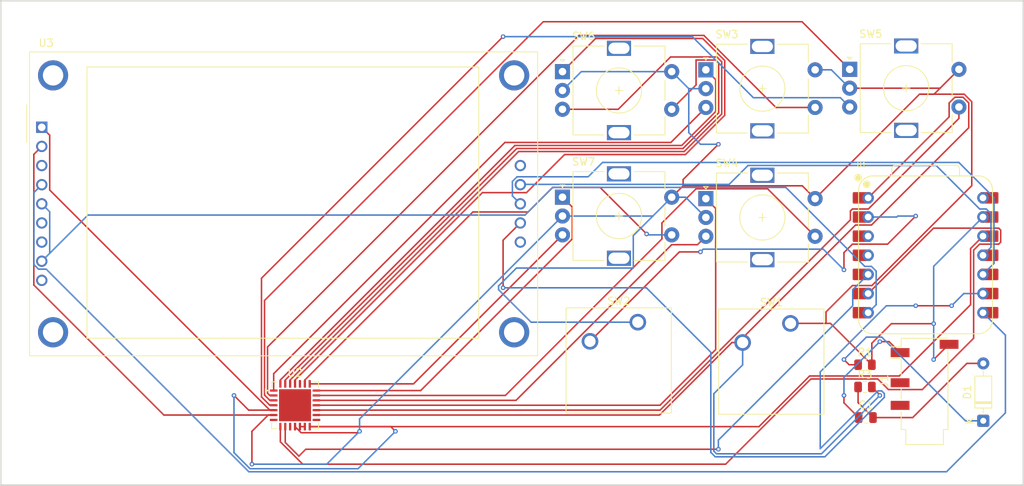
<source format=kicad_pcb>
(kicad_pcb (version 20241229) (generator "pcbnew") (generator_version "9.0")
  (layers (0 "F.Cu" signal) (2 "B.Cu" signal) (13 "F.Paste" user) (15 "B.Paste" user) (5 "F.SilkS" user "F.Silkscreen") (7 "B.SilkS" user "B.Silkscreen") (1 "F.Mask" user) (3 "B.Mask" user) (25 "Edge.Cuts" user))
  (net 0 "")
  (net 1 "Net-(C1-Pad1)")
  (net 2 "Net-(D1-A)")
  (net 3 "Net-(D1-K)")
  (net 4 "GND")
  (net 5 "+5V")
  (net 6 "Net-(U1-GPIO26{slash}ADC0{slash}A0)")
  (net 7 "Net-(U1-GPIO27{slash}ADC1{slash}A1)")
  (net 8 "Net-(U2-GPB5)")
  (net 9 "Net-(U2-GPB4)")
  (net 10 "Net-(U2-GPB3)")
  (net 11 "Net-(U2-GPA1)")
  (net 12 "Net-(U2-GPA3)")
  (net 13 "Net-(U2-GPA2)")
  (net 14 "Net-(U2-GPB6)")
  (net 15 "Net-(U2-GPB7)")
  (net 16 "Net-(U2-GPA0)")
  (net 17 "Net-(U2-GPB1)")
  (net 18 "Net-(U2-GPB2)")
  (net 19 "Net-(U2-GPB0)")
  (net 20 "Net-(U2-GPA4)")
  (net 21 "Net-(U2-GPA6)")
  (net 22 "Net-(U2-GPA5)")
  (net 23 "Net-(U1-GPIO4{slash}MISO)")
  (net 24 "Net-(U1-3V3)")
  (net 25 "Net-(U1-GPIO2{slash}SCK)")
  (net 26 "Net-(U1-GPIO6{slash}SDA)")
  (net 27 "Net-(U1-GPIO3{slash}MOSI)")
  (net 29 "Net-(U1-GPIO1{slash}RX)")
  (net 30 "Net-(U1-GPIO0{slash}TX)")
  (net 31 "Net-(U1-GPIO7{slash}SCL)")
  (footprint "Package_DFN_QFN:QFN-28-1EP_6x6mm_P0.65mm_EP4.25x4.25mm" (layer "F.Cu") (at 155.7425 103.69375)
    (property "Reference" "U2" (at 0 -4.3 0) (layer "F.SilkS"))
    (property "Value" "MCP23017_ML")
    (pad "1" smd roundrect (at -2.8375 -1.95) (size 1.025 0.3) (layers "F.Cu" "F.Mask" "F.Paste") (net 9 "Net-(U2-GPB4)"))
    (pad "2" smd roundrect (at -2.8375 -1.3) (size 1.025 0.3) (layers "F.Cu" "F.Mask" "F.Paste") (net 8 "Net-(U2-GPB5)"))
    (pad "3" smd roundrect (at -2.8375 -0.65) (size 1.025 0.3) (layers "F.Cu" "F.Mask" "F.Paste") (net 14 "Net-(U2-GPB6)"))
    (pad "4" smd roundrect (at -2.8375 0) (size 1.025 0.3) (layers "F.Cu" "F.Mask" "F.Paste") (net 15 "Net-(U2-GPB7)"))
    (pad "5" smd roundrect (at -2.8375 0.65) (size 1.025 0.3) (layers "F.Cu" "F.Mask" "F.Paste") (net 24 "Net-(U1-3V3)"))
    (pad "6" smd roundrect (at -2.8375 1.3) (size 1.025 0.3) (layers "F.Cu" "F.Mask" "F.Paste") (net 4 "GND"))
    (pad "7" smd roundrect (at -2.8375 1.95) (size 1.025 0.3) (layers "F.Cu" "F.Mask" "F.Paste"))
    (pad "8" smd roundrect (at -1.95 2.8375) (size 0.3 1.025) (layers "F.Cu" "F.Mask" "F.Paste") (net 31 "Net-(U1-GPIO7{slash}SCL)"))
    (pad "9" smd roundrect (at -1.3 2.8375) (size 0.3 1.025) (layers "F.Cu" "F.Mask" "F.Paste") (net 26 "Net-(U1-GPIO6{slash}SDA)"))
    (pad "10" smd roundrect (at -0.65 2.8375) (size 0.3 1.025) (layers "F.Cu" "F.Mask" "F.Paste"))
    (pad "11" smd roundrect (at 0 2.8375) (size 0.3 1.025) (layers "F.Cu" "F.Mask" "F.Paste") (net 4 "GND"))
    (pad "12" smd roundrect (at 0.65 2.8375) (size 0.3 1.025) (layers "F.Cu" "F.Mask" "F.Paste") (net 4 "GND"))
    (pad "13" smd roundrect (at 1.3 2.8375) (size 0.3 1.025) (layers "F.Cu" "F.Mask" "F.Paste") (net 4 "GND"))
    (pad "14" smd roundrect (at 1.95 2.8375) (size 0.3 1.025) (layers "F.Cu" "F.Mask" "F.Paste") (net 24 "Net-(U1-3V3)"))
    (pad "15" smd roundrect (at 2.8375 1.95) (size 1.025 0.3) (layers "F.Cu" "F.Mask" "F.Paste"))
    (pad "16" smd roundrect (at 2.8375 1.3) (size 1.025 0.3) (layers "F.Cu" "F.Mask" "F.Paste") (net 6 "Net-(U1-GPIO26{slash}ADC0{slash}A0)"))
    (pad "17" smd roundrect (at 2.8375 0.65) (size 1.025 0.3) (layers "F.Cu" "F.Mask" "F.Paste") (net 16 "Net-(U2-GPA0)"))
    (pad "18" smd roundrect (at 2.8375 0) (size 1.025 0.3) (layers "F.Cu" "F.Mask" "F.Paste") (net 11 "Net-(U2-GPA1)"))
    (pad "19" smd roundrect (at 2.8375 -0.65) (size 1.025 0.3) (layers "F.Cu" "F.Mask" "F.Paste") (net 13 "Net-(U2-GPA2)"))
    (pad "20" smd roundrect (at 2.8375 -1.3) (size 1.025 0.3) (layers "F.Cu" "F.Mask" "F.Paste") (net 12 "Net-(U2-GPA3)"))
    (pad "21" smd roundrect (at 2.8375 -1.95) (size 1.025 0.3) (layers "F.Cu" "F.Mask" "F.Paste") (net 20 "Net-(U2-GPA4)"))
    (pad "22" smd roundrect (at 1.95 -2.8375) (size 0.3 1.025) (layers "F.Cu" "F.Mask" "F.Paste") (net 22 "Net-(U2-GPA5)"))
    (pad "23" smd roundrect (at 1.3 -2.8375) (size 0.3 1.025) (layers "F.Cu" "F.Mask" "F.Paste") (net 21 "Net-(U2-GPA6)"))
    (pad "24" smd roundrect (at 0.65 -2.8375) (size 0.3 1.025) (layers "F.Cu" "F.Mask" "F.Paste"))
    (pad "25" smd roundrect (at 0 -2.8375) (size 0.3 1.025) (layers "F.Cu" "F.Mask" "F.Paste") (net 19 "Net-(U2-GPB0)"))
    (pad "26" smd roundrect (at -0.65 -2.8375) (size 0.3 1.025) (layers "F.Cu" "F.Mask" "F.Paste") (net 17 "Net-(U2-GPB1)"))
    (pad "27" smd roundrect (at -1.3 -2.8375) (size 0.3 1.025) (layers "F.Cu" "F.Mask" "F.Paste") (net 18 "Net-(U2-GPB2)"))
    (pad "28" smd roundrect (at -1.95 -2.8375) (size 0.3 1.025) (layers "F.Cu" "F.Mask" "F.Paste") (net 10 "Net-(U2-GPB3)"))
    (pad "29" smd rect (at 0 0) (size 4.25 4.25) (property pad_prop_heatsink) (layers "F.Cu" "F.Mask"))
  )
  (footprint "Resistor_SMD:R_0805_2012Metric" (layer "F.Cu") (at 231.3875 101.27)
    (property "Reference" "R3" (at 0 -1.65 0) (layer "F.SilkS"))
    (property "Value" "10k")
    (pad "1" smd roundrect (at -0.9125 0) (size 1.025 1.4) (layers "F.Cu" "F.Mask" "F.Paste") (roundrect_rratio 0.243902) (net 2 "Net-(D1-A)"))
    (pad "2" smd roundrect (at 0.9125 0) (size 1.025 1.4) (layers "F.Cu" "F.Mask" "F.Paste") (roundrect_rratio 0.243902) (net 6 "Net-(U1-GPIO26{slash}ADC0{slash}A0)"))
  )
  (footprint "Rotary_Encoder:RotaryEncoder_Alps_EC11E-Switch_Vertical_H20mm" (layer "F.Cu") (at 210.27 59.1725)
    (property "Reference" "SW3" (at 2.8 -4.7 0) (layer "F.SilkS"))
    (property "Value" "RotaryEncoder_Switch")
    (pad "A" thru_hole rect (at 0 0) (size 2 2) (drill 1) (layers "*.Cu" "*.Mask") (net 10 "Net-(U2-GPB3)"))
    (pad "B" thru_hole circle (at 0 5) (size 2 2) (drill 1) (layers "*.Cu" "*.Mask") (net 9 "Net-(U2-GPB4)"))
    (pad "C" thru_hole circle (at 0 2.5) (size 2 2) (drill 1) (layers "*.Cu" "*.Mask") (net 4 "GND"))
    (pad "MP" thru_hole rect (at 7.5 -3.1) (size 3.2 2) (drill oval 2.8 1.5) (layers "*.Cu" "*.Mask"))
    (pad "MP" thru_hole rect (at 7.5 8.1) (size 3.2 2) (drill oval 2.8 1.5) (layers "*.Cu" "*.Mask"))
    (pad "S1" thru_hole circle (at 14.5 5) (size 2 2) (drill 1) (layers "*.Cu" "*.Mask") (net 8 "Net-(U2-GPB5)"))
    (pad "S2" thru_hole circle (at 14.5 0) (size 2 2) (drill 1) (layers "*.Cu" "*.Mask") (net 4 "GND"))
  )
  (footprint "XIAO_Footprints:XIAO-RP2040-DIP" (layer "F.Cu") (at 239.43 83.79)
    (property "Reference" "U1" (at -8.5 -12 0) (layer "F.SilkS") (effects (font (size 0.635 0.635) (thickness 0.1016))))
    (property "Value" "XIAO-RP2040-DIP")
    (pad "1" smd roundrect (at -8.455 -7.62 180) (size 2.432 1.524) (layers "F.Cu" "F.Mask") (roundrect_rratio 0.1) (net 6 "Net-(U1-GPIO26{slash}ADC0{slash}A0)"))
    (pad "1" thru_hole circle (at -7.62 -7.62 180) (size 1.524 1.524) (drill 0.889) (layers "*.Cu" "*.Mask") (net 6 "Net-(U1-GPIO26{slash}ADC0{slash}A0)"))
    (pad "2" smd roundrect (at -8.455 -5.08 180) (size 2.432 1.524) (layers "F.Cu" "F.Mask") (roundrect_rratio 0.1) (net 7 "Net-(U1-GPIO27{slash}ADC1{slash}A1)"))
    (pad "2" thru_hole circle (at -7.62 -5.08 180) (size 1.524 1.524) (drill 0.889) (layers "*.Cu" "*.Mask") (net 7 "Net-(U1-GPIO27{slash}ADC1{slash}A1)"))
    (pad "3" smd roundrect (at -8.455 -2.54 180) (size 2.432 1.524) (layers "F.Cu" "F.Mask") (roundrect_rratio 0.1))
    (pad "3" thru_hole circle (at -7.62 -2.54 180) (size 1.524 1.524) (drill 0.889) (layers "*.Cu" "*.Mask"))
    (pad "4" smd roundrect (at -8.455 0 180) (size 2.432 1.524) (layers "F.Cu" "F.Mask") (roundrect_rratio 0.1))
    (pad "4" thru_hole circle (at -7.62 0 180) (size 1.524 1.524) (drill 0.889) (layers "*.Cu" "*.Mask"))
    (pad "5" smd roundrect (at -8.455 2.54 180) (size 2.432 1.524) (layers "F.Cu" "F.Mask") (roundrect_rratio 0.1) (net 26 "Net-(U1-GPIO6{slash}SDA)"))
    (pad "5" thru_hole circle (at -7.62 2.54 180) (size 1.524 1.524) (drill 0.889) (layers "*.Cu" "*.Mask") (net 26 "Net-(U1-GPIO6{slash}SDA)"))
    (pad "6" smd roundrect (at -8.455 5.08 180) (size 2.432 1.524) (layers "F.Cu" "F.Mask") (roundrect_rratio 0.1) (net 31 "Net-(U1-GPIO7{slash}SCL)"))
    (pad "6" thru_hole circle (at -7.62 5.08 180) (size 1.524 1.524) (drill 0.889) (layers "*.Cu" "*.Mask") (net 31 "Net-(U1-GPIO7{slash}SCL)"))
    (pad "7" smd roundrect (at -8.455 7.62 180) (size 2.432 1.524) (layers "F.Cu" "F.Mask") (roundrect_rratio 0.1) (net 30 "Net-(U1-GPIO0{slash}TX)"))
    (pad "7" thru_hole circle (at -7.62 7.62 180) (size 1.524 1.524) (drill 0.889) (layers "*.Cu" "*.Mask") (net 30 "Net-(U1-GPIO0{slash}TX)"))
    (pad "8" thru_hole circle (at 7.62 7.62) (size 1.524 1.524) (drill 0.889) (layers "*.Cu" "*.Mask") (net 29 "Net-(U1-GPIO1{slash}RX)"))
    (pad "8" smd roundrect (at 8.455 7.62) (size 2.432 1.524) (layers "F.Cu" "F.Mask") (roundrect_rratio 0.1) (net 29 "Net-(U1-GPIO1{slash}RX)"))
    (pad "9" thru_hole circle (at 7.62 5.08) (size 1.524 1.524) (drill 0.889) (layers "*.Cu" "*.Mask") (net 25 "Net-(U1-GPIO2{slash}SCK)"))
    (pad "9" smd roundrect (at 8.455 5.08) (size 2.432 1.524) (layers "F.Cu" "F.Mask") (roundrect_rratio 0.1) (net 25 "Net-(U1-GPIO2{slash}SCK)"))
    (pad "10" thru_hole circle (at 7.62 2.54) (size 1.524 1.524) (drill 0.889) (layers "*.Cu" "*.Mask") (net 23 "Net-(U1-GPIO4{slash}MISO)"))
    (pad "10" smd roundrect (at 8.455 2.54) (size 2.432 1.524) (layers "F.Cu" "F.Mask") (roundrect_rratio 0.1) (net 23 "Net-(U1-GPIO4{slash}MISO)"))
    (pad "11" thru_hole circle (at 7.62 0) (size 1.524 1.524) (drill 0.889) (layers "*.Cu" "*.Mask") (net 27 "Net-(U1-GPIO3{slash}MOSI)"))
    (pad "11" smd roundrect (at 8.455 0) (size 2.432 1.524) (layers "F.Cu" "F.Mask") (roundrect_rratio 0.1) (net 27 "Net-(U1-GPIO3{slash}MOSI)"))
    (pad "12" thru_hole circle (at 7.62 -2.54) (size 1.524 1.524) (drill 0.889) (layers "*.Cu" "*.Mask") (net 24 "Net-(U1-3V3)"))
    (pad "12" smd roundrect (at 8.455 -2.54) (size 2.432 1.524) (layers "F.Cu" "F.Mask") (roundrect_rratio 0.1) (net 24 "Net-(U1-3V3)"))
    (pad "13" thru_hole circle (at 7.62 -5.08) (size 1.524 1.524) (drill 0.889) (layers "*.Cu" "*.Mask") (net 4 "GND"))
    (pad "13" smd roundrect (at 8.455 -5.08) (size 2.432 1.524) (layers "F.Cu" "F.Mask") (roundrect_rratio 0.1) (net 4 "GND"))
    (pad "14" thru_hole circle (at 7.62 -7.62) (size 1.524 1.524) (drill 0.889) (layers "*.Cu" "*.Mask") (net 5 "+5V"))
    (pad "14" smd roundrect (at 8.455 -7.62) (size 2.432 1.524) (layers "F.Cu" "F.Mask") (roundrect_rratio 0.1) (net 5 "+5V"))
  )
  (footprint "Rotary_Encoder:RotaryEncoder_Alps_EC11E-Switch_Vertical_H20mm" (layer "F.Cu") (at 229.36 59.11)
    (property "Reference" "SW5" (at 2.8 -4.7 0) (layer "F.SilkS"))
    (property "Value" "RotaryEncoder_Switch")
    (pad "A" thru_hole rect (at 0 0) (size 2 2) (drill 1) (layers "*.Cu" "*.Mask") (net 14 "Net-(U2-GPB6)"))
    (pad "B" thru_hole circle (at 0 5) (size 2 2) (drill 1) (layers "*.Cu" "*.Mask") (net 15 "Net-(U2-GPB7)"))
    (pad "C" thru_hole circle (at 0 2.5) (size 2 2) (drill 1) (layers "*.Cu" "*.Mask") (net 4 "GND"))
    (pad "MP" thru_hole rect (at 7.5 -3.1) (size 3.2 2) (drill oval 2.8 1.5) (layers "*.Cu" "*.Mask"))
    (pad "MP" thru_hole rect (at 7.5 8.1) (size 3.2 2) (drill oval 2.8 1.5) (layers "*.Cu" "*.Mask"))
    (pad "S1" thru_hole circle (at 14.5 5) (size 2 2) (drill 1) (layers "*.Cu" "*.Mask") (net 16 "Net-(U2-GPA0)"))
    (pad "S2" thru_hole circle (at 14.5 0) (size 2 2) (drill 1) (layers "*.Cu" "*.Mask") (net 4 "GND"))
  )
  (footprint "Rotary_Encoder:RotaryEncoder_Alps_EC11E-Switch_Vertical_H20mm" (layer "F.Cu") (at 210.27 76.27)
    (property "Reference" "SW4" (at 2.8 -4.7 0) (layer "F.SilkS"))
    (property "Value" "RotaryEncoder_Switch")
    (pad "A" thru_hole rect (at 0 0) (size 2 2) (drill 1) (layers "*.Cu" "*.Mask") (net 11 "Net-(U2-GPA1)"))
    (pad "B" thru_hole circle (at 0 5) (size 2 2) (drill 1) (layers "*.Cu" "*.Mask") (net 13 "Net-(U2-GPA2)"))
    (pad "C" thru_hole circle (at 0 2.5) (size 2 2) (drill 1) (layers "*.Cu" "*.Mask") (net 4 "GND"))
    (pad "MP" thru_hole rect (at 7.5 -3.1) (size 3.2 2) (drill oval 2.8 1.5) (layers "*.Cu" "*.Mask"))
    (pad "MP" thru_hole rect (at 7.5 8.1) (size 3.2 2) (drill oval 2.8 1.5) (layers "*.Cu" "*.Mask"))
    (pad "S1" thru_hole circle (at 14.5 5) (size 2 2) (drill 1) (layers "*.Cu" "*.Mask") (net 12 "Net-(U2-GPA3)"))
    (pad "S2" thru_hole circle (at 14.5 0) (size 2 2) (drill 1) (layers "*.Cu" "*.Mask") (net 4 "GND"))
  )
  (footprint "Connector_Audio:Jack_3.5mm_PJ320D_Horizontal" (layer "F.Cu") (at 239.3 100.535 90)
    (property "Reference" "J1" (at 0.05 -5.35 90) (layer "F.SilkS"))
    (property "Value" "AudioJack2")
    (pad "" np_thru_hole circle (at -4.775 0 90) (size 1.5 1.5) (drill 1.5) (layers "*.Cu" "*.Mask"))
    (pad "" np_thru_hole circle (at 2.225 0 90) (size 1.5 1.5) (drill 1.5) (layers "*.Cu" "*.Mask"))
    (pad "R1" smd rect (at -0.175 -3.25 90) (size 1.2 2.5) (layers "F.Cu" "F.Mask" "F.Paste"))
    (pad "R2" smd rect (at -3.175 -3.25 90) (size 1.2 2.5) (layers "F.Cu" "F.Mask" "F.Paste"))
    (pad "S" smd rect (at 4.925 3.25 90) (size 1.2 2.5) (layers "F.Cu" "F.Mask" "F.Paste") (net 4 "GND"))
    (pad "T" smd rect (at 3.825 -3.25 90) (size 1.2 2.5) (layers "F.Cu" "F.Mask" "F.Paste") (net 1 "Net-(C1-Pad1)"))
  )
  (footprint "Rotary_Encoder:RotaryEncoder_Alps_EC11E-Switch_Vertical_H20mm" (layer "F.Cu") (at 191.23875 59.4125)
    (property "Reference" "SW6" (at 2.8 -4.7 0) (layer "F.SilkS"))
    (property "Value" "RotaryEncoder_Switch")
    (pad "A" thru_hole rect (at 0 0) (size 2 2) (drill 1) (layers "*.Cu" "*.Mask") (net 19 "Net-(U2-GPB0)"))
    (pad "B" thru_hole circle (at 0 5) (size 2 2) (drill 1) (layers "*.Cu" "*.Mask") (net 17 "Net-(U2-GPB1)"))
    (pad "C" thru_hole circle (at 0 2.5) (size 2 2) (drill 1) (layers "*.Cu" "*.Mask") (net 4 "GND"))
    (pad "MP" thru_hole rect (at 7.5 -3.1) (size 3.2 2) (drill oval 2.8 1.5) (layers "*.Cu" "*.Mask"))
    (pad "MP" thru_hole rect (at 7.5 8.1) (size 3.2 2) (drill oval 2.8 1.5) (layers "*.Cu" "*.Mask"))
    (pad "S1" thru_hole circle (at 14.5 5) (size 2 2) (drill 1) (layers "*.Cu" "*.Mask") (net 18 "Net-(U2-GPB2)"))
    (pad "S2" thru_hole circle (at 14.5 0) (size 2 2) (drill 1) (layers "*.Cu" "*.Mask") (net 4 "GND"))
  )
  (footprint "Rotary_Encoder:RotaryEncoder_Alps_EC11E-Switch_Vertical_H20mm" (layer "F.Cu") (at 191.23875 76.08125)
    (property "Reference" "SW7" (at 2.8 -4.7 0) (layer "F.SilkS"))
    (property "Value" "RotaryEncoder_Switch")
    (pad "A" thru_hole rect (at 0 0) (size 2 2) (drill 1) (layers "*.Cu" "*.Mask") (net 20 "Net-(U2-GPA4)"))
    (pad "B" thru_hole circle (at 0 5) (size 2 2) (drill 1) (layers "*.Cu" "*.Mask") (net 22 "Net-(U2-GPA5)"))
    (pad "C" thru_hole circle (at 0 2.5) (size 2 2) (drill 1) (layers "*.Cu" "*.Mask") (net 4 "GND"))
    (pad "MP" thru_hole rect (at 7.5 -3.1) (size 3.2 2) (drill oval 2.8 1.5) (layers "*.Cu" "*.Mask"))
    (pad "MP" thru_hole rect (at 7.5 8.1) (size 3.2 2) (drill oval 2.8 1.5) (layers "*.Cu" "*.Mask"))
    (pad "S1" thru_hole circle (at 14.5 5) (size 2 2) (drill 1) (layers "*.Cu" "*.Mask") (net 21 "Net-(U2-GPA6)"))
    (pad "S2" thru_hole circle (at 14.5 0) (size 2 2) (drill 1) (layers "*.Cu" "*.Mask") (net 4 "GND"))
  )
  (footprint "Capacitor_SMD:C_0805_2012Metric" (layer "F.Cu") (at 231.50375 105.33)
    (property "Reference" "C1" (at 0 -1.68 0) (layer "F.SilkS"))
    (property "Value" "10uF")
    (pad "1" smd roundrect (at -0.95 0) (size 1 1.45) (layers "F.Cu" "F.Mask" "F.Paste") (net 1 "Net-(C1-Pad1)"))
    (pad "2" smd roundrect (at 0.95 0) (size 1 1.45) (layers "F.Cu" "F.Mask" "F.Paste") (net 2 "Net-(D1-A)"))
  )
  (footprint "Button_Switch_Keyboard:SW_Cherry_MX_1.00u_PCB" (layer "F.Cu") (at 221.5 92.83)
    (property "Reference" "SW1" (at -2.54 -2.794 0) (layer "F.SilkS"))
    (property "Value" "SW_Push")
    (pad "" np_thru_hole circle (at -7.62 5.08) (size 1.7 1.7) (drill 1.7) (layers "*.Cu" "*.Mask"))
    (pad "" np_thru_hole circle (at -2.54 5.08) (size 4 4) (drill 4) (layers "*.Cu" "*.Mask"))
    (pad "" np_thru_hole circle (at 2.54 5.08) (size 1.7 1.7) (drill 1.7) (layers "*.Cu" "*.Mask"))
    (pad "1" thru_hole circle (at 0 0) (size 2.2 2.2) (drill 1.5) (layers "*.Cu" "*.Mask") (net 4 "GND"))
    (pad "2" thru_hole circle (at -6.35 2.54) (size 2.2 2.2) (drill 1.5) (layers "*.Cu" "*.Mask") (net 6 "Net-(U1-GPIO26{slash}ADC0{slash}A0)"))
  )
  (footprint "Resistor_SMD:R_0805_2012Metric" (layer "F.Cu") (at 231.3875 98.32)
    (property "Reference" "R1" (at 0 -1.65 0) (layer "F.SilkS"))
    (property "Value" "10k")
    (pad "1" smd roundrect (at -0.9125 0) (size 1.025 1.4) (layers "F.Cu" "F.Mask" "F.Paste") (roundrect_rratio 0.243902) (net 3 "Net-(D1-K)"))
    (pad "2" smd roundrect (at 0.9125 0) (size 1.025 1.4) (layers "F.Cu" "F.Mask" "F.Paste") (roundrect_rratio 0.243902) (net 4 "GND"))
  )
  (footprint "Button_Switch_Keyboard:SW_Cherry_MX_1.00u_PCB" (layer "F.Cu") (at 201.24 92.67)
    (property "Reference" "SW2" (at -2.54 -2.794 0) (layer "F.SilkS"))
    (property "Value" "SW_Push")
    (pad "" np_thru_hole circle (at -7.62 5.08) (size 1.7 1.7) (drill 1.7) (layers "*.Cu" "*.Mask"))
    (pad "" np_thru_hole circle (at -2.54 5.08) (size 4 4) (drill 4) (layers "*.Cu" "*.Mask"))
    (pad "" np_thru_hole circle (at 2.54 5.08) (size 1.7 1.7) (drill 1.7) (layers "*.Cu" "*.Mask"))
    (pad "1" thru_hole circle (at 0 0) (size 2.2 2.2) (drill 1.5) (layers "*.Cu" "*.Mask") (net 4 "GND"))
    (pad "2" thru_hole circle (at -6.35 2.54) (size 2.2 2.2) (drill 1.5) (layers "*.Cu" "*.Mask") (net 7 "Net-(U1-GPIO27{slash}ADC1{slash}A1)"))
  )
  (footprint "Diode_THT:D_DO-35_SOD27_P7.62mm_Horizontal" (layer "F.Cu") (at 247.09 105.76 90)
    (property "Reference" "D1" (at 3.81 -2.12 90) (layer "F.SilkS"))
    (property "Value" "1N4148")
    (fp_text user "K" (at 0 -1.8 90) (layer "F.SilkS"))
    (pad "1" thru_hole roundrect (at 0 0 90) (size 1.6 1.6) (drill 0.8) (layers "*.Cu" "*.Mask") (roundrect_rratio 0.15625) (net 3 "Net-(D1-K)"))
    (pad "2" thru_hole circle (at 7.62 0 90) (size 1.6 1.6) (drill 0.8) (layers "*.Cu" "*.Mask") (net 2 "Net-(D1-A)"))
  )
  (footprint "Display:CR2013-MI2120" (layer "F.Cu") (at 122.125 66.8)
    (property "Reference" "U3" (at 0.59 -11.18 0) (layer "F.SilkS"))
    (property "Value" "CR2013-MI2120")
    (pad "" thru_hole circle (at 1.5 -6.89) (size 4 4) (drill 2.7) (layers "*.Cu" "*.Mask"))
    (pad "" thru_hole circle (at 1.5 27.21) (size 4 4) (drill 2.7) (layers "*.Cu" "*.Mask"))
    (pad "" thru_hole circle (at 62.7 -6.89) (size 4 4) (drill 2.7) (layers "*.Cu" "*.Mask"))
    (pad "" thru_hole circle (at 62.7 27.21) (size 4 4) (drill 2.7) (layers "*.Cu" "*.Mask"))
    (pad "1" thru_hole rect (at 0 0) (size 1.5 1.5) (drill 1) (layers "*.Cu" "*.Mask") (net 24 "Net-(U1-3V3)"))
    (pad "2" thru_hole circle (at 0 2.54) (size 1.5 1.5) (drill 1) (layers "*.Cu" "*.Mask") (net 4 "GND"))
    (pad "3" thru_hole circle (at 0 5.08) (size 1.5 1.5) (drill 1) (layers "*.Cu" "*.Mask"))
    (pad "4" thru_hole circle (at 0 7.62) (size 1.5 1.5) (drill 1) (layers "*.Cu" "*.Mask") (net 29 "Net-(U1-GPIO1{slash}RX)"))
    (pad "5" thru_hole circle (at 0 10.16) (size 1.5 1.5) (drill 1) (layers "*.Cu" "*.Mask") (net 30 "Net-(U1-GPIO0{slash}TX)"))
    (pad "6" thru_hole circle (at 0 12.7) (size 1.5 1.5) (drill 1) (layers "*.Cu" "*.Mask"))
    (pad "7" thru_hole circle (at 0 15.24) (size 1.5 1.5) (drill 1) (layers "*.Cu" "*.Mask"))
    (pad "8" thru_hole circle (at 0 17.78) (size 1.5 1.5) (drill 1) (layers "*.Cu" "*.Mask") (net 30 "Net-(U1-GPIO0{slash}TX)"))
    (pad "9" thru_hole circle (at 0 20.32) (size 1.5 1.5) (drill 1) (layers "*.Cu" "*.Mask"))
    (pad "10" thru_hole circle (at 63.52 5.08) (size 1.5 1.5) (drill 1) (layers "*.Cu" "*.Mask"))
    (pad "11" thru_hole circle (at 63.52 7.62) (size 1.5 1.5) (drill 1) (layers "*.Cu" "*.Mask") (net 27 "Net-(U1-GPIO3{slash}MOSI)"))
    (pad "12" thru_hole circle (at 63.52 10.16) (size 1.5 1.5) (drill 1) (layers "*.Cu" "*.Mask") (net 23 "Net-(U1-GPIO4{slash}MISO)"))
    (pad "13" thru_hole circle (at 63.52 12.7) (size 1.5 1.5) (drill 1) (layers "*.Cu" "*.Mask") (net 25 "Net-(U1-GPIO2{slash}SCK)"))
    (pad "14" thru_hole circle (at 63.52 15.24) (size 1.5 1.5) (drill 1) (layers "*.Cu" "*.Mask"))
  )
  (gr_rect (start 116.68125 50.00625) (end 252.4125 114.3) (stroke (width 0.2)) (fill no) (layer "Edge.Cuts"))
  (segment (start 228.6 103.37625) (end 228.6 102.39375) (width 0.2) (layer "F.Cu") (net 1))
  (segment (start 234.59 95.25) (end 233.3625 95.25) (width 0.2) (layer "F.Cu") (net 1))
  (segment (start 230.55375 105.33) (end 228.6 103.37625) (width 0.2) (layer "F.Cu") (net 1))
  (segment (start 236.05 96.71) (end 234.59 95.25) (width 0.2) (layer "F.Cu") (net 1))
  (via (at 228.6 102.39375) (size 0.6) (drill 0.3) (layers "F.Cu" "B.Cu") (net 1))
  (via (at 233.3625 95.25) (size 0.6) (drill 0.3) (layers "F.Cu" "B.Cu") (net 1))
  (segment (start 228.6 100.0125) (end 228.6 102.39375) (width 0.2) (layer "B.Cu") (net 1))
  (segment (start 233.3625 95.25) (end 228.6 100.0125) (width 0.2) (layer "B.Cu") (net 1))
  (segment (start 237.722951 105.33) (end 232.45375 105.33) (width 0.2) (layer "F.Cu") (net 2))
  (segment (start 230.475 101.27) (end 230.475 103.35125) (width 0.2) (layer "F.Cu") (net 2))
  (segment (start 247.09 98.14) (end 244.912951 98.14) (width 0.2) (layer "F.Cu") (net 2))
  (segment (start 230.475 103.35125) (end 232.45375 105.33) (width 0.2) (layer "F.Cu") (net 2))
  (segment (start 244.912951 98.14) (end 237.722951 105.33) (width 0.2) (layer "F.Cu") (net 2))
  (segment (start 229.28875 98.32) (end 228.6 97.63125) (width 0.2) (layer "F.Cu") (net 3))
  (segment (start 230.475 98.32) (end 229.28875 98.32) (width 0.2) (layer "F.Cu") (net 3))
  (via (at 228.6 97.63125) (size 0.6) (drill 0.3) (layers "F.Cu" "B.Cu") (net 3))
  (segment (start 247.09 105.76) (end 244.722443 105.76) (width 0.2) (layer "B.Cu") (net 3))
  (segment (start 233.611443 94.649) (end 231.58225 94.649) (width 0.2) (layer "B.Cu") (net 3))
  (segment (start 244.722443 105.76) (end 233.611443 94.649) (width 0.2) (layer "B.Cu") (net 3))
  (segment (start 231.58225 94.649) (end 228.6 97.63125) (width 0.2) (layer "B.Cu") (net 3))
  (segment (start 223.068 74.568) (end 207.252 74.568) (width 0.2) (layer "F.Cu") (net 4))
  (segment (start 234.893807 92.86875) (end 240.50625 92.86875) (width 0.2) (layer "F.Cu") (net 4))
  (segment (start 232.3059 87.807) (end 245.562 74.5509) (width 0.2) (layer "F.Cu") (net 4))
  (segment (start 138.33125 104.99375) (end 121.074 87.7365) (width 0.2) (layer "F.Cu") (net 4))
  (segment (start 150.01875 107.15625) (end 150.01875 111.51775) (width 0.2) (layer "F.Cu") (net 4))
  (segment (start 242.5275 95.61) (end 240.50625 97.63125) (width 0.2) (layer "F.Cu") (net 4))
  (segment (start 226.21875 92.83) (end 226.21875 91.307624) (width 0.2) (layer "F.Cu") (net 4))
  (segment (start 156.556 107.34475) (end 164.11775 107.34475) (width 0.2) (layer "F.Cu") (net 4))
  (segment (start 229.719374 87.807) (end 232.3059 87.807) (width 0.2) (layer "F.Cu") (net 4))
  (segment (start 226.21875 92.83) (end 221.5 92.83) (width 0.2) (layer "F.Cu") (net 4))
  (segment (start 156.3925 106.53125) (end 157.0425 106.53125) (width 0.2) (layer "F.Cu") (net 4))
  (segment (start 240.562 62.408) (end 241.36 61.61) (width 0.2) (layer "F.Cu") (net 4))
  (segment (start 238.632 62.408) (end 224.77 76.27) (width 0.2) (layer "F.Cu") (net 4))
  (segment (start 238.632 62.408) (end 240.562 62.408) (width 0.2) (layer "F.Cu") (net 4))
  (segment (start 211.93125 69.05625) (end 207.252 73.7355) (width 0.2) (layer "F.Cu") (net 4))
  (segment (start 232.3 95.462557) (end 234.893807 92.86875) (width 0.2) (layer "F.Cu") (net 4))
  (segment (start 232.3 98.32) (end 232.3 95.462557) (width 0.2) (layer "F.Cu") (net 4))
  (segment (start 121.074 87.7365) (end 121.074 70.391) (width 0.2) (layer "F.Cu") (net 4))
  (segment (start 224.77 76.27) (end 223.068 74.568) (width 0.2) (layer "F.Cu") (net 4))
  (segment (start 207.252 73.7355) (end 207.252 74.568) (width 0.2) (layer "F.Cu") (net 4))
  (segment (start 164.11775 107.34475) (end 164.30625 107.15625) (width 0.2) (layer "F.Cu") (net 4))
  (segment (start 232.3 98.32) (end 226.81 92.83) (width 0.2) (layer "F.Cu") (net 4))
  (segment (start 244.564992 62.408) (end 238.632 62.408) (width 0.2) (layer "F.Cu") (net 4))
  (segment (start 121.074 70.391) (end 122.125 69.34) (width 0.2) (layer "F.Cu") (net 4))
  (segment (start 155.7425 106.53125) (end 156.556 107.34475) (width 0.2) (layer "F.Cu") (net 4))
  (segment (start 152.18125 104.99375) (end 150.01875 107.15625) (width 0.2) (layer "F.Cu") (net 4))
  (segment (start 242.55 95.61) (end 242.5275 95.61) (width 0.2) (layer "F.Cu") (net 4))
  (segment (start 226.81 92.83) (end 226.21875 92.83) (width 0.2) (layer "F.Cu") (net 4))
  (segment (start 152.905 104.99375) (end 138.33125 104.99375) (width 0.2) (layer "F.Cu") (net 4))
  (segment (start 226.21875 91.307624) (end 229.719374 87.807) (width 0.2) (layer "F.Cu") (net 4))
  (segment (start 241.36 61.61) (end 229.36 61.61) (width 0.2) (layer "F.Cu") (net 4))
  (segment (start 243.86 59.11) (end 241.36 61.61) (width 0.2) (layer "F.Cu") (net 4))
  (segment (start 245.562 74.5509) (end 245.562 63.405008) (width 0.2) (layer "F.Cu") (net 4))
  (segment (start 152.905 104.99375) (end 152.18125 104.99375) (width 0.2) (layer "F.Cu") (net 4))
  (segment (start 245.562 63.405008) (end 244.564992 62.408) (width 0.2) (layer "F.Cu") (net 4))
  (segment (start 207.252 74.568) (end 205.73875 76.08125) (width 0.2) (layer "F.Cu") (net 4))
  (via (at 240.50625 97.63125) (size 0.6) (drill 0.3) (layers "F.Cu" "B.Cu") (net 4))
  (via (at 150.01875 111.51775) (size 0.6) (drill 0.3) (layers "F.Cu" "B.Cu") (net 4))
  (via (at 164.30625 107.15625) (size 0.6) (drill 0.3) (layers "F.Cu" "B.Cu") (net 4))
  (via (at 240.50625 92.86875) (size 0.6) (drill 0.3) (layers "F.Cu" "B.Cu") (net 4))
  (via (at 211.93125 69.05625) (size 0.6) (drill 0.3) (layers "F.Cu" "B.Cu") (net 4))
  (segment (start 185.130307 85.48225) (end 182.75525 87.857307) (width 0.2) (layer "B.Cu") (net 4))
  (segment (start 164.30625 107.15625) (end 159.94475 111.51775) (width 0.2) (layer "B.Cu") (net 4))
  (segment (start 226.9225 59.1725) (end 224.77 59.1725) (width 0.2) (layer "B.Cu") (net 4))
  (segment (start 229.36 61.61) (end 226.9225 59.1725) (width 0.2) (layer "B.Cu") (net 4))
  (segment (start 191.23875 61.9125) (end 193.73875 59.4125) (width 0.2) (layer "B.Cu") (net 4))
  (segment (start 205.73875 76.08125) (end 203.23875 78.58125) (width 0.2) (layer "B.Cu") (net 4))
  (segment (start 164.30625 107.15625) (end 164.30625 105.51375) (width 0.2) (layer "B.Cu") (net 4))
  (segment (start 207.99875 67.505) (end 209.55 69.05625) (width 0.2) (layer "B.Cu") (net 4))
  (segment (start 187.070057 92.67) (end 201.24 92.67) (width 0.2) (layer "B.Cu") (net 4))
  (segment (start 200.63975 85.48225) (end 185.130307 85.48225) (width 0.2) (layer "B.Cu") (net 4))
  (segment (start 240.50625 92.86875) (end 240.50625 85.25375) (width 0.2) (layer "B.Cu") (net 4))
  (segment (start 203.23875 78.58125) (end 191.23875 78.58125) (width 0.2) (layer "B.Cu") (net 4))
  (segment (start 150.01875 111.51775) (end 159.94475 111.51775) (width 0.2) (layer "B.Cu") (net 4))
  (segment (start 193.73875 59.4125) (end 205.73875 59.4125) (width 0.2) (layer "B.Cu") (net 4))
  (segment (start 210.27 78.77) (end 207.58125 76.08125) (width 0.2) (layer "B.Cu") (net 4))
  (segment (start 205.73875 59.4125) (end 207.99875 61.6725) (width 0.2) (layer "B.Cu") (net 4))
  (segment (start 207.99875 61.6725) (end 207.99875 67.505) (width 0.2) (layer "B.Cu") (net 4))
  (segment (start 207.99875 61.6725) (end 210.27 61.6725) (width 0.2) (layer "B.Cu") (net 4))
  (segment (start 200.63975 81.18025) (end 200.63975 85.48225) (width 0.2) (layer "B.Cu") (net 4))
  (segment (start 209.55 69.05625) (end 211.93125 69.05625) (width 0.2) (layer "B.Cu") (net 4))
  (segment (start 240.50625 97.63125) (end 240.50625 92.86875) (width 0.2) (layer "B.Cu") (net 4))
  (segment (start 240.50625 85.25375) (end 247.05 78.71) (width 0.2) (layer "B.Cu") (net 4))
  (segment (start 182.75525 87.857307) (end 182.75525 88.355193) (width 0.2) (layer "B.Cu") (net 4))
  (segment (start 164.30625 105.51375) (end 191.23875 78.58125) (width 0.2) (layer "B.Cu") (net 4))
  (segment (start 207.58125 76.08125) (end 205.73875 76.08125) (width 0.2) (layer "B.Cu") (net 4))
  (segment (start 182.75525 88.355193) (end 187.070057 92.67) (width 0.2) (layer "B.Cu") (net 4))
  (segment (start 203.23875 78.58125) (end 200.63975 81.18025) (width 0.2) (layer "B.Cu") (net 4))
  (segment (start 158.58 104.99375) (end 204.112036 104.99375) (width 0.2) (layer "F.Cu") (net 6))
  (segment (start 233.3625 102.3325) (end 233.3625 102.39375) (width 0.2) (layer "F.Cu") (net 6))
  (segment (start 242.559 65.421) (end 242.559 63.571108) (width 0.2) (layer "F.Cu") (net 6))
  (segment (start 231.81 76.17) (end 242.559 65.421) (width 0.2) (layer "F.Cu") (net 6))
  (segment (start 204.112036 104.99375) (end 213.735786 95.37) (width 0.2) (layer "F.Cu") (net 6))
  (segment (start 215.15 94.756374) (end 215.15 95.37) (width 0.2) (layer "F.Cu") (net 6))
  (segment (start 242.559 63.571108) (end 243.321108 62.809) (width 0.2) (layer "F.Cu") (net 6))
  (segment (start 230.133374 79.773) (end 215.15 94.756374) (width 0.2) (layer "F.Cu") (net 6))
  (segment (start 232.3 101.27) (end 233.3625 102.3325) (width 0.2) (layer "F.Cu") (net 6))
  (segment (start 245.161 63.571108) (end 245.161 66.86231) (width 0.2) (layer "F.Cu") (net 6))
  (segment (start 245.161 66.86231) (end 232.25031 79.773) (width 0.2) (layer "F.Cu") (net 6))
  (segment (start 244.398892 62.809) (end 245.161 63.571108) (width 0.2) (layer "F.Cu") (net 6))
  (segment (start 213.735786 95.37) (end 215.15 95.37) (width 0.2) (layer "F.Cu") (net 6))
  (segment (start 232.25031 79.773) (end 230.133374 79.773) (width 0.2) (layer "F.Cu") (net 6))
  (segment (start 243.321108 62.809) (end 244.398892 62.809) (width 0.2) (layer "F.Cu") (net 6))
  (via (at 233.3625 102.39375) (size 0.6) (drill 0.3) (layers "F.Cu" "B.Cu") (net 6))
  (segment (start 215.15 98.33847) (end 215.15 95.37) (width 0.2) (layer "B.Cu") (net 6))
  (segment (start 211.33025 102.15822) (end 215.15 98.33847) (width 0.2) (layer "B.Cu") (net 6))
  (segment (start 233.3625 102.39375) (end 225.61775 110.1385) (width 0.2) (layer "B.Cu") (net 6))
  (segment (start 225.61775 110.1385) (end 211.682307 110.1385) (width 0.2) (layer "B.Cu") (net 6))
  (segment (start 211.682307 110.1385) (end 211.33025 109.786443) (width 0.2) (layer "B.Cu") (net 6))
  (segment (start 211.33025 109.786443) (end 211.33025 102.15822) (width 0.2) (layer "B.Cu") (net 6))
  (segment (start 234.39325 82.313) (end 238.125 78.58125) (width 0.2) (layer "F.Cu") (net 7))
  (segment (start 206.75625 83.34375) (end 209.55 83.34375) (width 0.2) (layer "F.Cu") (net 7))
  (segment (start 194.89 95.21) (end 206.75625 83.34375) (width 0.2) (layer "F.Cu") (net 7))
  (segment (start 229.719374 82.313) (end 234.39325 82.313) (width 0.2) (layer "F.Cu") (net 7))
  (segment (start 228.6 85.725) (end 228.6 83.432374) (width 0.2) (layer "F.Cu") (net 7))
  (segment (start 228.6 83.432374) (end 229.719374 82.313) (width 0.2) (layer "F.Cu") (net 7))
  (via (at 228.6 85.725) (size 0.6) (drill 0.3) (layers "F.Cu" "B.Cu") (net 7))
  (via (at 209.55 83.34375) (size 0.6) (drill 0.3) (layers "F.Cu" "B.Cu") (net 7))
  (via (at 238.125 78.58125) (size 0.6) (drill 0.3) (layers "F.Cu" "B.Cu") (net 7))
  (segment (start 235.74375 78.58125) (end 235.615 78.71) (width 0.2) (layer "B.Cu") (net 7))
  (segment (start 209.9185 82.97525) (end 225.85025 82.97525) (width 0.2) (layer "B.Cu") (net 7))
  (segment (start 238.125 78.58125) (end 235.74375 78.58125) (width 0.2) (layer "B.Cu") (net 7))
  (segment (start 209.55 83.34375) (end 209.9185 82.97525) (width 0.2) (layer "B.Cu") (net 7))
  (segment (start 235.615 78.71) (end 231.81 78.71) (width 0.2) (layer "B.Cu") (net 7))
  (segment (start 225.85025 82.97525) (end 228.6 85.725) (width 0.2) (layer "B.Cu") (net 7))
  (segment (start 210.0113 54.6105) (end 219.5733 64.1725) (width 0.2) (layer "F.Cu") (net 8))
  (segment (start 152.905 102.39375) (end 152.392501 102.39375) (width 0.2) (layer "F.Cu") (net 8))
  (segment (start 152.0915 102.092749) (end 152.0915 95.95775) (width 0.2) (layer "F.Cu") (net 8))
  (segment (start 219.5733 64.1725) (end 224.77 64.1725) (width 0.2) (layer "F.Cu") (net 8))
  (segment (start 152.392501 102.39375) (end 152.0915 102.092749) (width 0.2) (layer "F.Cu") (net 8))
  (segment (start 152.0915 95.95775) (end 193.43875 54.6105) (width 0.2) (layer "F.Cu") (net 8))
  (segment (start 193.43875 54.6105) (end 210.0113 54.6105) (width 0.2) (layer "F.Cu") (net 8))
  (segment (start 183.599 68.8135) (end 205.629 68.8135) (width 0.2) (layer "F.Cu") (net 9))
  (segment (start 152.905 101.74375) (end 152.905 99.5075) (width 0.2) (layer "F.Cu") (net 9))
  (segment (start 205.629 68.8135) (end 210.27 64.1725) (width 0.2) (layer "F.Cu") (net 9))
  (segment (start 152.905 99.5075) (end 183.599 68.8135) (width 0.2) (layer "F.Cu") (net 9))
  (segment (start 153.7925 100.343751) (end 184.921751 69.2145) (width 0.2) (layer "F.Cu") (net 10))
  (segment (start 207.067892 69.2145) (end 211.571 64.711392) (width 0.2) (layer "F.Cu") (net 10))
  (segment (start 153.7925 100.85625) (end 153.7925 100.343751) (width 0.2) (layer "F.Cu") (net 10))
  (segment (start 211.571 64.711392) (end 211.571 60.4735) (width 0.2) (layer "F.Cu") (net 10))
  (segment (start 211.571 60.4735) (end 210.27 59.1725) (width 0.2) (layer "F.Cu") (net 10))
  (segment (start 184.921751 69.2145) (end 207.067892 69.2145) (width 0.2) (layer "F.Cu") (net 10))
  (segment (start 158.58 103.69375) (end 204.186142 103.69375) (width 0.2) (layer "F.Cu") (net 11))
  (segment (start 204.186142 103.69375) (end 211.571 96.308892) (width 0.2) (layer "F.Cu") (net 11))
  (segment (start 211.571 96.308892) (end 211.571 77.571) (width 0.2) (layer "F.Cu") (net 11))
  (segment (start 211.571 77.571) (end 210.27 76.27) (width 0.2) (layer "F.Cu") (net 11))
  (segment (start 158.58 102.39375) (end 183.664142 102.39375) (width 0.2) (layer "F.Cu") (net 12))
  (segment (start 218.469 74.969) (end 224.77 81.27) (width 0.2) (layer "F.Cu") (net 12))
  (segment (start 204.43775 81.620142) (end 204.43775 79.50025) (width 0.2) (layer "F.Cu") (net 12))
  (segment (start 204.43775 79.50025) (end 208.969 74.969) (width 0.2) (layer "F.Cu") (net 12))
  (segment (start 183.664142 102.39375) (end 204.43775 81.620142) (width 0.2) (layer "F.Cu") (net 12))
  (segment (start 208.969 74.969) (end 218.469 74.969) (width 0.2) (layer "F.Cu") (net 12))
  (segment (start 158.58 103.04375) (end 185.074936 103.04375) (width 0.2) (layer "F.Cu") (net 13))
  (segment (start 209.15775 82.38225) (end 210.27 81.27) (width 0.2) (layer "F.Cu") (net 13))
  (segment (start 205.736436 82.38225) (end 209.15775 82.38225) (width 0.2) (layer "F.Cu") (net 13))
  (segment (start 185.074936 103.04375) (end 205.736436 82.38225) (width 0.2) (layer "F.Cu") (net 13))
  (segment (start 151.6905 102.341749) (end 151.6905 89.790394) (width 0.2) (layer "F.Cu") (net 14))
  (segment (start 223.0385 52.7885) (end 229.36 59.11) (width 0.2) (layer "F.Cu") (net 14))
  (segment (start 188.692394 52.7885) (end 223.0385 52.7885) (width 0.2) (layer "F.Cu") (net 14))
  (segment (start 151.6905 89.790394) (end 188.692394 52.7885) (width 0.2) (layer "F.Cu") (net 14))
  (segment (start 152.905 103.04375) (end 152.392501 103.04375) (width 0.2) (layer "F.Cu") (net 14))
  (segment (start 152.392501 103.04375) (end 151.6905 102.341749) (width 0.2) (layer "F.Cu") (net 14))
  (segment (start 152.905 103.69375) (end 152.392501 103.69375) (width 0.2) (layer "F.Cu") (net 15))
  (segment (start 151.2895 86.8355) (end 183.35625 54.76875) (width 0.2) (layer "F.Cu") (net 15))
  (segment (start 152.392501 103.69375) (end 151.2895 102.590749) (width 0.2) (layer "F.Cu") (net 15))
  (segment (start 151.2895 102.590749) (end 151.2895 86.8355) (width 0.2) (layer "F.Cu") (net 15))
  (via (at 183.35625 54.76875) (size 0.6) (drill 0.3) (layers "F.Cu" "B.Cu") (net 15))
  (segment (start 216.571 62.8715) (end 228.1215 62.8715) (width 0.2) (layer "B.Cu") (net 15))
  (segment (start 208.46825 54.76875) (end 216.571 62.8715) (width 0.2) (layer "B.Cu") (net 15))
  (segment (start 228.1215 62.8715) (end 229.36 64.11) (width 0.2) (layer "B.Cu") (net 15))
  (segment (start 183.35625 54.76875) (end 208.46825 54.76875) (width 0.2) (layer "B.Cu") (net 15))
  (segment (start 231.83631 77.647) (end 243.86 65.62331) (width 0.2) (layer "F.Cu") (net 16))
  (segment (start 229.458 77.908374) (end 229.719374 77.647) (width 0.2) (layer "F.Cu") (net 16))
  (segment (start 243.86 65.62331) (end 243.86 64.11) (width 0.2) (layer "F.Cu") (net 16))
  (segment (start 229.458 79.080686) (end 229.458 77.908374) (width 0.2) (layer "F.Cu") (net 16))
  (segment (start 158.58 104.34375) (end 204.194936 104.34375) (width 0.2) (layer "F.Cu") (net 16))
  (segment (start 204.194936 104.34375) (end 229.458 79.080686) (width 0.2) (layer "F.Cu") (net 16))
  (segment (start 229.719374 77.647) (end 231.83631 77.647) (width 0.2) (layer "F.Cu") (net 16))
  (segment (start 207.400092 70.0165) (end 212.373 65.043592) (width 0.2) (layer "F.Cu") (net 17))
  (segment (start 155.0925 100.85625) (end 155.0925 100.343751) (width 0.2) (layer "F.Cu") (net 17))
  (segment (start 212.373 65.043592) (end 212.373 58.1064) (width 0.2) (layer "F.Cu") (net 17))
  (segment (start 205.57875 57.4705) (end 198.63675 64.4125) (width 0.2) (layer "F.Cu") (net 17))
  (segment (start 155.0925 100.343751) (end 185.419751 70.0165) (width 0.2) (layer "F.Cu") (net 17))
  (segment (start 212.373 58.1064) (end 211.7371 57.4705) (width 0.2) (layer "F.Cu") (net 17))
  (segment (start 185.419751 70.0165) (end 207.400092 70.0165) (width 0.2) (layer "F.Cu") (net 17))
  (segment (start 211.7371 57.4705) (end 205.57875 57.4705) (width 0.2) (layer "F.Cu") (net 17))
  (segment (start 198.63675 64.4125) (end 191.23875 64.4125) (width 0.2) (layer "F.Cu") (net 17))
  (segment (start 208.969 61.18225) (end 205.73875 64.4125) (width 0.2) (layer "F.Cu") (net 18))
  (segment (start 211.571 57.8715) (end 208.969 57.8715) (width 0.2) (layer "F.Cu") (net 18))
  (segment (start 185.170751 69.6155) (end 207.233992 69.6155) (width 0.2) (layer "F.Cu") (net 18))
  (segment (start 207.233992 69.6155) (end 211.972 64.877492) (width 0.2) (layer "F.Cu") (net 18))
  (segment (start 154.4425 100.343751) (end 185.170751 69.6155) (width 0.2) (layer "F.Cu") (net 18))
  (segment (start 211.972 64.877492) (end 211.972 58.2725) (width 0.2) (layer "F.Cu") (net 18))
  (segment (start 154.4425 100.85625) (end 154.4425 100.343751) (width 0.2) (layer "F.Cu") (net 18))
  (segment (start 208.969 57.8715) (end 208.969 61.18225) (width 0.2) (layer "F.Cu") (net 18))
  (segment (start 211.972 58.2725) (end 211.571 57.8715) (width 0.2) (layer "F.Cu") (net 18))
  (segment (start 209.8452 55.0115) (end 195.63975 55.0115) (width 0.2) (layer "F.Cu") (net 19))
  (segment (start 180.615251 75.471) (end 186.4665 75.471) (width 0.2) (layer "F.Cu") (net 19))
  (segment (start 191.52 70.4175) (end 207.566192 70.4175) (width 0.2) (layer "F.Cu") (net 19))
  (segment (start 207.566192 70.4175) (end 212.774 65.209692) (width 0.2) (layer "F.Cu") (net 19))
  (segment (start 155.7425 100.85625) (end 155.7425 100.343751) (width 0.2) (layer "F.Cu") (net 19))
  (segment (start 212.774 57.9403) (end 209.8452 55.0115) (width 0.2) (layer "F.Cu") (net 19))
  (segment (start 212.774 65.209692) (end 212.774 57.9403) (width 0.2) (layer "F.Cu") (net 19))
  (segment (start 195.63975 55.0115) (end 191.23875 59.4125) (width 0.2) (layer "F.Cu") (net 19))
  (segment (start 186.4665 75.471) (end 191.52 70.4175) (width 0.2) (layer "F.Cu") (net 19))
  (segment (start 155.7425 100.343751) (end 180.615251 75.471) (width 0.2) (layer "F.Cu") (net 19))
  (segment (start 192.53975 77.38225) (end 191.23875 76.08125) (width 0.2) (layer "F.Cu") (net 20))
  (segment (start 172.416142 101.74375) (end 192.53975 81.620142) (width 0.2) (layer "F.Cu") (net 20))
  (segment (start 192.53975 81.620142) (end 192.53975 77.38225) (width 0.2) (layer "F.Cu") (net 20))
  (segment (start 158.58 101.74375) (end 172.416142 101.74375) (width 0.2) (layer "F.Cu") (net 20))
  (segment (start 186.675642 78.042358) (end 189.93775 74.78025) (width 0.2) (layer "F.Cu") (net 21))
  (segment (start 196.224 74.78025) (end 202.40625 80.9625) (width 0.2) (layer "F.Cu") (net 21))
  (segment (start 179.343893 78.042358) (end 186.675642 78.042358) (width 0.2) (layer "F.Cu") (net 21))
  (segment (start 157.0425 100.85625) (end 157.0425 100.343751) (width 0.2) (layer "F.Cu") (net 21))
  (segment (start 157.0425 100.343751) (end 179.343893 78.042358) (width 0.2) (layer "F.Cu") (net 21))
  (segment (start 189.93775 74.78025) (end 196.224 74.78025) (width 0.2) (layer "F.Cu") (net 21))
  (via (at 202.40625 80.9625) (size 0.6) (drill 0.3) (layers "F.Cu" "B.Cu") (net 21))
  (segment (start 202.40625 80.9625) (end 202.525 81.08125) (width 0.2) (layer "B.Cu") (net 21))
  (segment (start 202.525 81.08125) (end 205.73875 81.08125) (width 0.2) (layer "B.Cu") (net 21))
  (segment (start 171.46375 100.85625) (end 191.23875 81.08125) (width 0.2) (layer "F.Cu") (net 22))
  (segment (start 157.6925 100.85625) (end 171.46375 100.85625) (width 0.2) (layer "F.Cu") (net 22))
  (segment (start 243.85131 71.468) (end 248.514 76.13069) (width 0.2) (layer "B.Cu") (net 23))
  (segment (start 184.594 75.909) (end 184.594 73.984661) (width 0.2) (layer "B.Cu") (net 23))
  (segment (start 194.65325 73.369) (end 196.55425 71.468) (width 0.2) (layer "B.Cu") (net 23))
  (segment (start 248.514 84.866) (end 247.05 86.33) (width 0.2) (layer "B.Cu") (net 23))
  (segment (start 185.209661 73.369) (end 194.65325 73.369) (width 0.2) (layer "B.Cu") (net 23))
  (segment (start 248.514 76.13069) (end 248.514 84.866) (width 0.2) (layer "B.Cu") (net 23))
  (segment (start 184.594 73.984661) (end 185.209661 73.369) (width 0.2) (layer "B.Cu") (net 23))
  (segment (start 196.55425 71.468) (end 243.85131 71.468) (width 0.2) (layer "B.Cu") (net 23))
  (segment (start 185.645 76.96) (end 184.594 75.909) (width 0.2) (layer "B.Cu") (net 23))
  (segment (start 168.44375 106.53125) (end 169.06875 107.15625) (width 0.2) (layer "F.Cu") (net 24))
  (segment (start 235.94725 99.809) (end 245.40925 90.347) (width 0.2) (layer "F.Cu") (net 24))
  (segment (start 123.176 75.127249) (end 123.176 67.851) (width 0.2) (layer "F.Cu") (net 24))
  (segment (start 157.6925 106.53125) (end 168.44375 106.53125) (width 0.2) (layer "F.Cu") (net 24))
  (segment (start 245.40925 90.347) (end 245.40925 82.89075) (width 0.2) (layer "F.Cu") (net 24))
  (segment (start 147.6375 102.39375) (end 149.5875 104.34375) (width 0.2) (layer "F.Cu") (net 24))
  (segment (start 224.041 99.809) (end 235.94725 99.809) (width 0.2) (layer "F.Cu") (net 24))
  (segment (start 123.176 67.851) (end 122.125 66.8) (width 0.2) (layer "F.Cu") (net 24))
  (segment (start 245.40925 82.89075) (end 247.05 81.25) (width 0.2) (layer "F.Cu") (net 24))
  (segment (start 157.6925 106.53125) (end 217.31875 106.53125) (width 0.2) (layer "F.Cu") (net 24))
  (segment (start 152.392501 104.34375) (end 123.176 75.127249) (width 0.2) (layer "F.Cu") (net 24))
  (segment (start 217.31875 106.53125) (end 224.041 99.809) (width 0.2) (layer "F.Cu") (net 24))
  (segment (start 152.905 104.34375) (end 152.392501 104.34375) (width 0.2) (layer "F.Cu") (net 24))
  (segment (start 149.5875 104.34375) (end 152.905 104.34375) (width 0.2) (layer "F.Cu") (net 24))
  (via (at 169.06875 107.15625) (size 0.6) (drill 0.3) (layers "F.Cu" "B.Cu") (net 24))
  (via (at 147.6375 102.39375) (size 0.6) (drill 0.3) (layers "F.Cu" "B.Cu") (net 24))
  (segment (start 147.6375 109.986443) (end 147.6375 102.39375) (width 0.2) (layer "B.Cu") (net 24))
  (segment (start 149.769807 112.11875) (end 147.6375 109.986443) (width 0.2) (layer "B.Cu") (net 24))
  (segment (start 164.10625 112.11875) (end 149.769807 112.11875) (width 0.2) (layer "B.Cu") (net 24))
  (segment (start 169.06875 107.15625) (end 164.10625 112.11875) (width 0.2) (layer "B.Cu") (net 24))
  (segment (start 185.645 79.5) (end 183.35625 81.78875) (width 0.2) (layer "F.Cu") (net 25))
  (segment (start 238.125 90.4875) (end 242.8875 90.4875) (width 0.2) (layer "F.Cu") (net 25))
  (segment (start 183.35625 81.78875) (end 183.35625 88.10625) (width 0.2) (layer "F.Cu") (net 25))
  (via (at 242.8875 90.4875) (size 0.6) (drill 0.3) (layers "F.Cu" "B.Cu") (net 25))
  (via (at 238.125 90.4875) (size 0.6) (drill 0.3) (layers "F.Cu" "B.Cu") (net 25))
  (via (at 183.35625 88.10625) (size 0.6) (drill 0.3) (layers "F.Cu" "B.Cu") (net 25))
  (segment (start 210.92925 96.65772) (end 210.92925 109.952543) (width 0.2) (layer "B.Cu") (net 25))
  (segment (start 225.45165 99.27166) (end 234.23581 90.4875) (width 0.2) (layer "B.Cu") (net 25))
  (segment (start 233.9635 102.642693) (end 233.9635 102.144807) (width 0.2) (layer "B.Cu") (net 25))
  (segment (start 244.505 88.87) (end 247.05 88.87) (width 0.2) (layer "B.Cu") (net 25))
  (segment (start 226.066693 110.5395) (end 233.9635 102.642693) (width 0.2) (layer "B.Cu") (net 25))
  (segment (start 233.611443 101.79275) (end 233.113557 101.79275) (width 0.2) (layer "B.Cu") (net 25))
  (segment (start 234.23581 90.4875) (end 238.125 90.4875) (width 0.2) (layer "B.Cu") (net 25))
  (segment (start 211.516207 110.5395) (end 226.066693 110.5395) (width 0.2) (layer "B.Cu") (net 25))
  (segment (start 225.45165 109.454657) (end 225.45165 99.27166) (width 0.2) (layer "B.Cu") (net 25))
  (segment (start 210.92925 109.952543) (end 211.516207 110.5395) (width 0.2) (layer "B.Cu") (net 25))
  (segment (start 202.37778 88.10625) (end 210.92925 96.65772) (width 0.2) (layer "B.Cu") (net 25))
  (segment (start 233.9635 102.144807) (end 233.611443 101.79275) (width 0.2) (layer "B.Cu") (net 25))
  (segment (start 183.35625 88.10625) (end 202.37778 88.10625) (width 0.2) (layer "B.Cu") (net 25))
  (segment (start 233.113557 101.79275) (end 225.45165 109.454657) (width 0.2) (layer "B.Cu") (net 25))
  (segment (start 242.8875 90.4875) (end 244.505 88.87) (width 0.2) (layer "B.Cu") (net 25))
  (segment (start 154.4425 106.53125) (end 154.4425 108.63165) (width 0.2) (layer "F.Cu") (net 26))
  (segment (start 157.1625 109.5375) (end 211.93125 109.5375) (width 0.2) (layer "F.Cu") (net 26))
  (segment (start 156.255425 110.444575) (end 157.1625 109.5375) (width 0.2) (layer "F.Cu") (net 26))
  (segment (start 154.4425 108.63165) (end 156.255425 110.444575) (width 0.2) (layer "F.Cu") (net 26))
  (via (at 211.93125 109.5375) (size 0.6) (drill 0.3) (layers "F.Cu" "B.Cu") (net 26))
  (segment (start 211.93125 109.5375) (end 211.93125 108.32028) (width 0.2) (layer "B.Cu") (net 26))
  (segment (start 229.76403 90.4875) (end 229.76403 88.37597) (width 0.2) (layer "B.Cu") (net 26))
  (segment (start 211.93125 108.32028) (end 229.76403 90.4875) (width 0.2) (layer "B.Cu") (net 26))
  (segment (start 229.76403 88.37597) (end 231.81 86.33) (width 0.2) (layer "B.Cu") (net 26))
  (segment (start 248.113 82.727) (end 247.05 83.79) (width 0.2) (layer "B.Cu") (net 27))
  (segment (start 213.35875 74.37925) (end 215.869 71.869) (width 0.2) (layer "B.Cu") (net 27))
  (segment (start 248.113 78.26969) (end 248.113 82.727) (width 0.2) (layer "B.Cu") (net 27))
  (segment (start 185.68575 74.37925) (end 213.35875 74.37925) (width 0.2) (layer "B.Cu") (net 27))
  (segment (start 185.645 74.42) (end 185.68575 74.37925) (width 0.2) (layer "B.Cu") (net 27))
  (segment (start 246.60969 77.647) (end 247.49031 77.647) (width 0.2) (layer "B.Cu") (net 27))
  (segment (start 215.869 71.869) (end 240.83169 71.869) (width 0.2) (layer "B.Cu") (net 27))
  (segment (start 247.49031 77.647) (end 248.113 78.26969) (width 0.2) (layer "B.Cu") (net 27))
  (segment (start 240.83169 71.869) (end 246.60969 77.647) (width 0.2) (layer "B.Cu") (net 27))
  (segment (start 121.074 75.471) (end 121.074 85.015339) (width 0.2) (layer "B.Cu") (net 29))
  (segment (start 242.21641 112.51975) (end 250.03125 104.70491) (width 0.2) (layer "B.Cu") (net 29))
  (segment (start 122.714957 85.631) (end 149.603707 112.51975) (width 0.2) (layer "B.Cu") (net 29))
  (segment (start 250.03125 104.70491) (end 250.03125 94.39125) (width 0.2) (layer "B.Cu") (net 29))
  (segment (start 149.603707 112.51975) (end 242.21641 112.51975) (width 0.2) (layer "B.Cu") (net 29))
  (segment (start 122.125 74.42) (end 121.074 75.471) (width 0.2) (layer "B.Cu") (net 29))
  (segment (start 250.03125 94.39125) (end 247.05 91.41) (width 0.2) (layer "B.Cu") (net 29))
  (segment (start 121.074 85.015339) (end 121.689661 85.631) (width 0.2) (layer "B.Cu") (net 29))
  (segment (start 121.689661 85.631) (end 122.714957 85.631) (width 0.2) (layer "B.Cu") (net 29))
  (segment (start 128.256 78.449) (end 186.269 78.449) (width 0.2) (layer "B.Cu") (net 30))
  (segment (start 231.36969 85.267) (end 232.25031 85.267) (width 0.2) (layer "B.Cu") (net 30))
  (segment (start 123.176 78.011) (end 123.176 83.529) (width 0.2) (layer "B.Cu") (net 30))
  (segment (start 122.125 76.96) (end 123.176 78.011) (width 0.2) (layer "B.Cu") (net 30))
  (segment (start 220.88294 74.78025) (end 231.36969 85.267) (width 0.2) (layer "B.Cu") (net 30))
  (segment (start 186.269 78.449) (end 189.93775 74.78025) (width 0.2) (layer "B.Cu") (net 30))
  (segment (start 232.873 85.88969) (end 232.873 90.347) (width 0.2) (layer "B.Cu") (net 30))
  (segment (start 123.176 83.529) (end 122.125 84.58) (width 0.2) (layer "B.Cu") (net 30))
  (segment (start 189.93775 74.78025) (end 220.88294 74.78025) (width 0.2) (layer "B.Cu") (net 30))
  (segment (start 232.25031 85.267) (end 232.873 85.88969) (width 0.2) (layer "B.Cu") (net 30))
  (segment (start 123.176 83.529) (end 128.256 78.449) (width 0.2) (layer "B.Cu") (net 30))
  (segment (start 232.873 90.347) (end 231.81 91.41) (width 0.2) (layer "B.Cu") (net 30))
  (segment (start 249.402 80.448374) (end 249.140626 80.187) (width 0.2) (layer "F.Cu") (net 31))
  (segment (start 234.499 101.611) (end 239.001 101.611) (width 0.2) (layer "F.Cu") (net 31))
  (segment (start 240.493 80.187) (end 231.81 88.87) (width 0.2) (layer "F.Cu") (net 31))
  (segment (start 239.001 101.611) (end 245.81025 94.80175) (width 0.2) (layer "F.Cu") (net 31))
  (segment (start 212.89935 111.51775) (end 224.2071 100.21) (width 0.2) (layer "F.Cu") (net 31))
  (segment (start 249.402 82.051626) (end 249.402 80.448374) (width 0.2) (layer "F.Cu") (net 31))
  (segment (start 153.7925 106.53125) (end 153.7925 108.54875) (width 0.2) (layer "F.Cu") (net 31))
  (segment (start 249.140626 80.187) (end 240.493 80.187) (width 0.2) (layer "F.Cu") (net 31))
  (segment (start 246.60969 82.313) (end 249.140626 82.313) (width 0.2) (layer "F.Cu") (net 31))
  (segment (start 233.098 100.21) (end 234.499 101.611) (width 0.2) (layer "F.Cu") (net 31))
  (segment (start 156.7615 111.51775) (end 212.89935 111.51775) (width 0.2) (layer "F.Cu") (net 31))
  (segment (start 245.81025 83.11244) (end 246.60969 82.313) (width 0.2) (layer "F.Cu") (net 31))
  (segment (start 245.81025 94.80175) (end 245.81025 83.11244) (width 0.2) (layer "F.Cu") (net 31))
  (segment (start 249.140626 82.313) (end 249.402 82.051626) (width 0.2) (layer "F.Cu") (net 31))
  (segment (start 224.2071 100.21) (end 233.098 100.21) (width 0.2) (layer "F.Cu") (net 31))
  (segment (start 153.7925 108.54875) (end 156.7615 111.51775) (width 0.2) (layer "F.Cu") (net 31))
)
</source>
